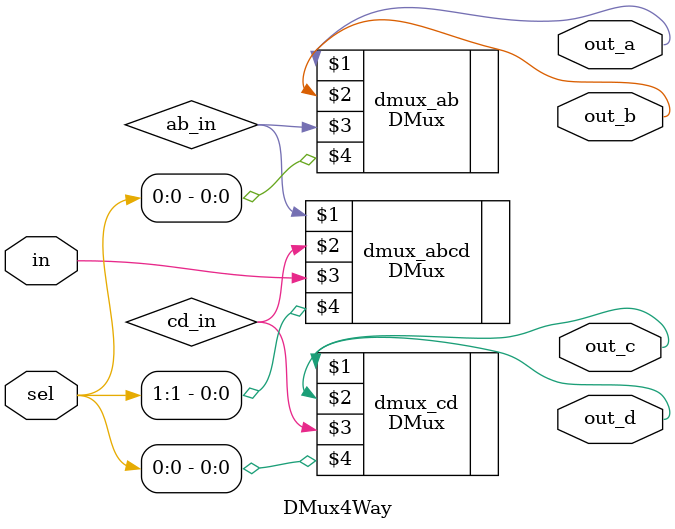
<source format=v>
`default_nettype none

module DMux4Way (
  output wire out_a,
  output wire out_b,
  output wire out_c,
  output wire out_d,
  input wire in,
  input wire[1:0] sel
);

  wire ab_in;
  wire cd_in;

  DMux dmux_abcd(ab_in, cd_in, in, sel[1]);

  DMux dmux_ab(out_a, out_b, ab_in, sel[0]);
  DMux dmux_cd(out_c, out_d, cd_in, sel[0]);

endmodule


</source>
